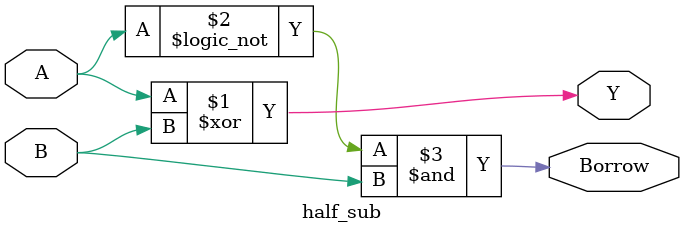
<source format=v>
module half_sub(
    input A,B,
    output Y,Borrow
);
    assign Y = A ^ B;
    assign Borrow = !A & B;

endmodule
</source>
